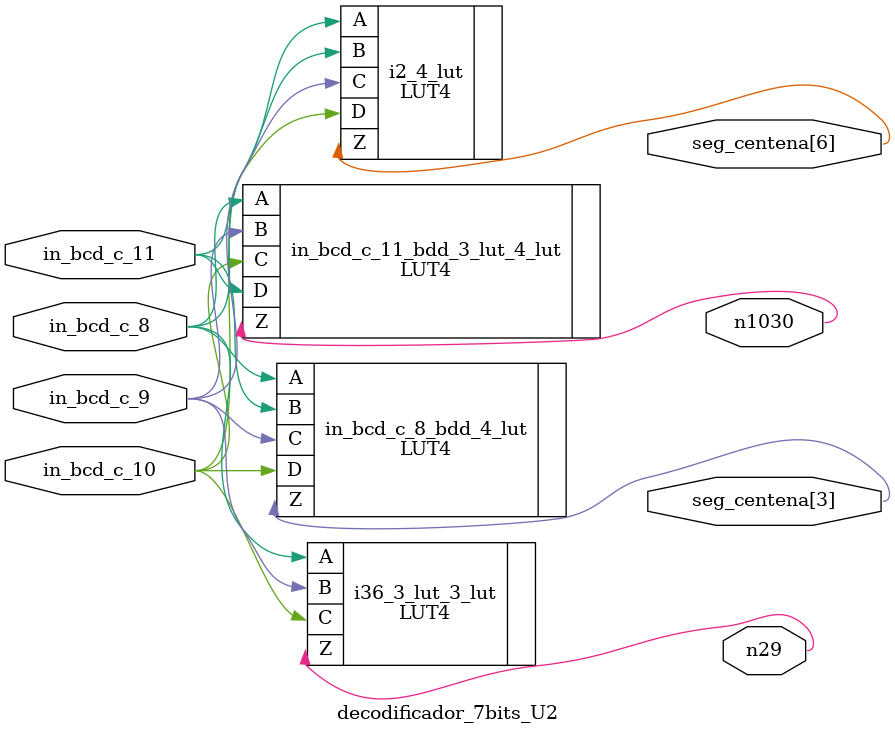
<source format=v>

module display_4digitos (CLK, in_bcd, sel_d, seg_d);   // c:/users/brauu/documents/instituto politecnico nacional/escom/semestre5/arquitectura computacional/practica2intento2/display_4digitos.vhd(5[8:24])
    input CLK;   // c:/users/brauu/documents/instituto politecnico nacional/escom/semestre5/arquitectura computacional/practica2intento2/display_4digitos.vhd(7[3:6])
    input [15:0]in_bcd;   // c:/users/brauu/documents/instituto politecnico nacional/escom/semestre5/arquitectura computacional/practica2intento2/display_4digitos.vhd(8[3:9])
    output [3:0]sel_d;   // c:/users/brauu/documents/instituto politecnico nacional/escom/semestre5/arquitectura computacional/practica2intento2/display_4digitos.vhd(9[3:8])
    output [6:0]seg_d;   // c:/users/brauu/documents/instituto politecnico nacional/escom/semestre5/arquitectura computacional/practica2intento2/display_4digitos.vhd(10[3:8])
    
    wire CLK_c /* synthesis SET_AS_NETWORK=CLK_c, is_clock=1 */ ;   // c:/users/brauu/documents/instituto politecnico nacional/escom/semestre5/arquitectura computacional/practica2intento2/display_4digitos.vhd(7[3:6])
    
    wire GND_net, VCC_net, in_bcd_c_15, in_bcd_c_14, in_bcd_c_13, 
        in_bcd_c_12, in_bcd_c_11, in_bcd_c_10, in_bcd_c_9, in_bcd_c_8, 
        in_bcd_c_7, in_bcd_c_6, in_bcd_c_5, in_bcd_c_4, in_bcd_c_3, 
        in_bcd_c_2, in_bcd_c_1, in_bcd_c_0, sel_d_c_3, sel_d_c_2, 
        sel_d_c_1, sel_d_c_0, seg_d_c_6, seg_d_c_5, seg_d_c_4, seg_d_c_3, 
        seg_d_c_2, seg_d_c_1, seg_d_c_0;
    wire [14:0]contador;   // c:/users/brauu/documents/instituto politecnico nacional/escom/semestre5/arquitectura computacional/practica2intento2/display_4digitos.vhd(23[8:16])
    
    wire n67;
    wire [6:0]seg_millar;   // c:/users/brauu/documents/instituto politecnico nacional/escom/semestre5/arquitectura computacional/practica2intento2/display_4digitos.vhd(26[8:18])
    wire [6:0]seg_centena;   // c:/users/brauu/documents/instituto politecnico nacional/escom/semestre5/arquitectura computacional/practica2intento2/display_4digitos.vhd(26[20:31])
    wire [6:0]seg_decena;   // c:/users/brauu/documents/instituto politecnico nacional/escom/semestre5/arquitectura computacional/practica2intento2/display_4digitos.vhd(26[33:43])
    wire [6:0]seg_unidad;   // c:/users/brauu/documents/instituto politecnico nacional/escom/semestre5/arquitectura computacional/practica2intento2/display_4digitos.vhd(26[45:55])
    
    wire n1062, n29, n379, n860, n389, n518;
    wire [6:0]seg_d_6__N_5;
    
    wire n177, n176, n175, n178, n208, n210, n1029, n207, n205, 
        n521, n525, n19, n235, n232, n77, n80, n66, n861, 
        n79, n477, n393, n78, n857, n76, n995, n72, n73, n74, 
        n855, n854, n850, n75, n853, n849, n867, n852, n1031, 
        n43, CLK_c_enable_4, n851, n40, n38, n68, n371, n1030, 
        n69, n35, n70, n29_adj_47, n1027, n859, n71, n32, n685, 
        n1026, n1025, n363, n16, n6, n1063;
    
    VHI i2 (.Z(VCC_net));
    decodificador_7bits dec_u (.in_bcd_c_0(in_bcd_c_0), .in_bcd_c_1(in_bcd_c_1), 
            .in_bcd_c_3(in_bcd_c_3), .in_bcd_c_2(in_bcd_c_2), .\seg_unidad[1] (seg_unidad[1]), 
            .\seg_unidad[4] (seg_unidad[4]), .n860(n860), .n29(n29_adj_47), 
            .\seg_unidad[3] (seg_unidad[3]), .\seg_unidad[6] (seg_unidad[6]));   // c:/users/brauu/documents/instituto politecnico nacional/escom/semestre5/arquitectura computacional/practica2intento2/display_4digitos.vhd(38[9:28])
    OB seg_d_pad_5 (.I(seg_d_c_5), .O(seg_d[5]));   // c:/users/brauu/documents/instituto politecnico nacional/escom/semestre5/arquitectura computacional/practica2intento2/display_4digitos.vhd(10[3:8])
    OB seg_d_pad_6 (.I(seg_d_c_6), .O(seg_d[6]));   // c:/users/brauu/documents/instituto politecnico nacional/escom/semestre5/arquitectura computacional/practica2intento2/display_4digitos.vhd(10[3:8])
    OB sel_d_pad_3 (.I(sel_d_c_3), .O(sel_d[3]));   // c:/users/brauu/documents/instituto politecnico nacional/escom/semestre5/arquitectura computacional/practica2intento2/display_4digitos.vhd(9[3:8])
    OB sel_d_pad_0 (.I(sel_d_c_0), .O(sel_d[0]));   // c:/users/brauu/documents/instituto politecnico nacional/escom/semestre5/arquitectura computacional/practica2intento2/display_4digitos.vhd(9[3:8])
    FD1S3AX seg_d_i1 (.D(seg_d_6__N_5[0]), .CK(CLK_c), .Q(seg_d_c_0));   // c:/users/brauu/documents/instituto politecnico nacional/escom/semestre5/arquitectura computacional/practica2intento2/display_4digitos.vhd(42[1] 68[8])
    defparam seg_d_i1.GSR = "ENABLED";
    OB sel_d_pad_1 (.I(sel_d_c_1), .O(sel_d[1]));   // c:/users/brauu/documents/instituto politecnico nacional/escom/semestre5/arquitectura computacional/practica2intento2/display_4digitos.vhd(9[3:8])
    FD1S3IX contador_136__i14 (.D(n66), .CK(CLK_c), .CD(CLK_c_enable_4), 
            .Q(contador[14])) /* synthesis syn_use_carry_chain=1 */ ;   // c:/users/brauu/documents/instituto politecnico nacional/escom/semestre5/arquitectura computacional/practica2intento2/display_4digitos.vhd(47[13:21])
    defparam contador_136__i14.GSR = "ENABLED";
    FD1S3IX contador_136__i13 (.D(n67), .CK(CLK_c), .CD(CLK_c_enable_4), 
            .Q(contador[13])) /* synthesis syn_use_carry_chain=1 */ ;   // c:/users/brauu/documents/instituto politecnico nacional/escom/semestre5/arquitectura computacional/practica2intento2/display_4digitos.vhd(47[13:21])
    defparam contador_136__i13.GSR = "ENABLED";
    FD1S3IX contador_136__i12 (.D(n68), .CK(CLK_c), .CD(CLK_c_enable_4), 
            .Q(contador[12])) /* synthesis syn_use_carry_chain=1 */ ;   // c:/users/brauu/documents/instituto politecnico nacional/escom/semestre5/arquitectura computacional/practica2intento2/display_4digitos.vhd(47[13:21])
    defparam contador_136__i12.GSR = "ENABLED";
    PFUMX i64 (.BLUT(n29_adj_47), .ALUT(n38), .C0(n177), .Z(n43));
    FD1S3IX contador_136__i11 (.D(n69), .CK(CLK_c), .CD(CLK_c_enable_4), 
            .Q(contador[11])) /* synthesis syn_use_carry_chain=1 */ ;   // c:/users/brauu/documents/instituto politecnico nacional/escom/semestre5/arquitectura computacional/practica2intento2/display_4digitos.vhd(47[13:21])
    defparam contador_136__i11.GSR = "ENABLED";
    FD1S3IX contador_136__i10 (.D(n70), .CK(CLK_c), .CD(CLK_c_enable_4), 
            .Q(contador[10])) /* synthesis syn_use_carry_chain=1 */ ;   // c:/users/brauu/documents/instituto politecnico nacional/escom/semestre5/arquitectura computacional/practica2intento2/display_4digitos.vhd(47[13:21])
    defparam contador_136__i10.GSR = "ENABLED";
    FD1S3IX contador_136__i9 (.D(n71), .CK(CLK_c), .CD(CLK_c_enable_4), 
            .Q(contador[9])) /* synthesis syn_use_carry_chain=1 */ ;   // c:/users/brauu/documents/instituto politecnico nacional/escom/semestre5/arquitectura computacional/practica2intento2/display_4digitos.vhd(47[13:21])
    defparam contador_136__i9.GSR = "ENABLED";
    FD1S3IX contador_136__i8 (.D(n72), .CK(CLK_c), .CD(CLK_c_enable_4), 
            .Q(contador[8])) /* synthesis syn_use_carry_chain=1 */ ;   // c:/users/brauu/documents/instituto politecnico nacional/escom/semestre5/arquitectura computacional/practica2intento2/display_4digitos.vhd(47[13:21])
    defparam contador_136__i8.GSR = "ENABLED";
    LUT4 n177_bdd_4_lut_831 (.A(in_bcd_c_5), .B(in_bcd_c_7), .C(in_bcd_c_6), 
         .D(in_bcd_c_4), .Z(n1025)) /* synthesis lut_function=(A (B+!(C (D)))+!A (B+(C))) */ ;
    defparam n177_bdd_4_lut_831.init = 16'hdefe;
    FD1S3IX contador_136__i7 (.D(n73), .CK(CLK_c), .CD(CLK_c_enable_4), 
            .Q(contador[7])) /* synthesis syn_use_carry_chain=1 */ ;   // c:/users/brauu/documents/instituto politecnico nacional/escom/semestre5/arquitectura computacional/practica2intento2/display_4digitos.vhd(47[13:21])
    defparam contador_136__i7.GSR = "ENABLED";
    LUT4 n177_bdd_4_lut (.A(in_bcd_c_1), .B(in_bcd_c_3), .C(in_bcd_c_2), 
         .D(in_bcd_c_0), .Z(n1026)) /* synthesis lut_function=(A (B+!(C (D)))+!A (B+(C))) */ ;
    defparam n177_bdd_4_lut.init = 16'hdefe;
    FD1S3IX contador_136__i6 (.D(n74), .CK(CLK_c), .CD(CLK_c_enable_4), 
            .Q(contador[6])) /* synthesis syn_use_carry_chain=1 */ ;   // c:/users/brauu/documents/instituto politecnico nacional/escom/semestre5/arquitectura computacional/practica2intento2/display_4digitos.vhd(47[13:21])
    defparam contador_136__i6.GSR = "ENABLED";
    FD1S3IX contador_136__i5 (.D(n75), .CK(CLK_c), .CD(CLK_c_enable_4), 
            .Q(contador[5])) /* synthesis syn_use_carry_chain=1 */ ;   // c:/users/brauu/documents/instituto politecnico nacional/escom/semestre5/arquitectura computacional/practica2intento2/display_4digitos.vhd(47[13:21])
    defparam contador_136__i5.GSR = "ENABLED";
    FD1S3IX contador_136__i4 (.D(n76), .CK(CLK_c), .CD(CLK_c_enable_4), 
            .Q(contador[4])) /* synthesis syn_use_carry_chain=1 */ ;   // c:/users/brauu/documents/instituto politecnico nacional/escom/semestre5/arquitectura computacional/practica2intento2/display_4digitos.vhd(47[13:21])
    defparam contador_136__i4.GSR = "ENABLED";
    FD1S3IX contador_136__i3 (.D(n77), .CK(CLK_c), .CD(CLK_c_enable_4), 
            .Q(contador[3])) /* synthesis syn_use_carry_chain=1 */ ;   // c:/users/brauu/documents/instituto politecnico nacional/escom/semestre5/arquitectura computacional/practica2intento2/display_4digitos.vhd(47[13:21])
    defparam contador_136__i3.GSR = "ENABLED";
    FD1S3IX contador_136__i2 (.D(n78), .CK(CLK_c), .CD(CLK_c_enable_4), 
            .Q(contador[2])) /* synthesis syn_use_carry_chain=1 */ ;   // c:/users/brauu/documents/instituto politecnico nacional/escom/semestre5/arquitectura computacional/practica2intento2/display_4digitos.vhd(47[13:21])
    defparam contador_136__i2.GSR = "ENABLED";
    FD1S3IX contador_136__i1 (.D(n79), .CK(CLK_c), .CD(CLK_c_enable_4), 
            .Q(contador[1])) /* synthesis syn_use_carry_chain=1 */ ;   // c:/users/brauu/documents/instituto politecnico nacional/escom/semestre5/arquitectura computacional/practica2intento2/display_4digitos.vhd(47[13:21])
    defparam contador_136__i1.GSR = "ENABLED";
    FD1P3AX posicion_FSM_i0_i3 (.D(n176), .SP(CLK_c_enable_4), .CK(CLK_c), 
            .Q(n175));   // C:/lscc/diamond/3.12/ispfpga/vhdl_packages/syn_unsi.vhd(118[20:31])
    defparam posicion_FSM_i0_i3.GSR = "ENABLED";
    PFUMX i172 (.BLUT(seg_centena[6]), .ALUT(n19), .C0(n175), .Z(n371));
    FD1P3AX posicion_FSM_i0_i2 (.D(n177), .SP(CLK_c_enable_4), .CK(CLK_c), 
            .Q(n176));   // C:/lscc/diamond/3.12/ispfpga/vhdl_packages/syn_unsi.vhd(118[20:31])
    defparam posicion_FSM_i0_i2.GSR = "ENABLED";
    FD1P3AX posicion_FSM_i0_i1 (.D(n178), .SP(CLK_c_enable_4), .CK(CLK_c), 
            .Q(n177));   // C:/lscc/diamond/3.12/ispfpga/vhdl_packages/syn_unsi.vhd(118[20:31])
    defparam posicion_FSM_i0_i1.GSR = "ENABLED";
    FD1S3AX seg_d_i7 (.D(seg_d_6__N_5[6]), .CK(CLK_c), .Q(seg_d_c_6));   // c:/users/brauu/documents/instituto politecnico nacional/escom/semestre5/arquitectura computacional/practica2intento2/display_4digitos.vhd(42[1] 68[8])
    defparam seg_d_i7.GSR = "ENABLED";
    LUT4 i278_1_lut_2_lut (.A(n176), .B(n175), .Z(n477)) /* synthesis lut_function=(!(A+(B))) */ ;   // C:/lscc/diamond/3.12/ispfpga/vhdl_packages/syn_unsi.vhd(118[20:31])
    defparam i278_1_lut_2_lut.init = 16'h1111;
    L6MUX21 i181 (.D0(n207), .D1(n379), .SD(n1062), .Z(seg_d_6__N_5[4]));
    LUT4 i322_3_lut_3_lut (.A(in_bcd_c_14), .B(in_bcd_c_12), .C(in_bcd_c_13), 
         .Z(n521)) /* synthesis lut_function=(!(A (B (C))+!A !(C))) */ ;
    defparam i322_3_lut_3_lut.init = 16'h7a7a;
    LUT4 i1_2_lut_3_lut (.A(n175), .B(in_bcd_c_15), .C(n525), .Z(seg_d_6__N_5[6])) /* synthesis lut_function=(A (B+(C))+!A (C)) */ ;   // C:/lscc/diamond/3.12/ispfpga/vhdl_packages/syn_unsi.vhd(118[20:31])
    defparam i1_2_lut_3_lut.init = 16'hf8f8;
    PFUMX i194 (.BLUT(seg_centena[1]), .ALUT(seg_millar[1]), .C0(n175), 
          .Z(n393));
    LUT4 i164_1_lut (.A(n176), .Z(n363)) /* synthesis lut_function=(!(A)) */ ;   // C:/lscc/diamond/3.12/ispfpga/vhdl_packages/syn_unsi.vhd(118[20:31])
    defparam i164_1_lut.init = 16'h5555;
    PFUMX mux_38_i2 (.BLUT(seg_unidad[1]), .ALUT(seg_decena[1]), .C0(n177), 
          .Z(n210));
    LUT4 i1_4_lut (.A(contador[6]), .B(contador[4]), .C(contador[5]), 
         .D(n859), .Z(n6)) /* synthesis lut_function=(A+(B (C)+!B (C (D)))) */ ;   // c:/users/brauu/documents/instituto politecnico nacional/escom/semestre5/arquitectura computacional/practica2intento2/display_4digitos.vhd(23[8:16])
    defparam i1_4_lut.init = 16'hfaea;
    LUT4 in_bcd_c_11_bdd_4_lut (.A(in_bcd_c_15), .B(in_bcd_c_12), .C(in_bcd_c_14), 
         .D(in_bcd_c_13), .Z(n1029)) /* synthesis lut_function=(A+(B ((D)+!C)+!B !(C (D)))) */ ;
    defparam in_bcd_c_11_bdd_4_lut.init = 16'hefbf;
    LUT4 i71_1_lut (.A(n177), .Z(n232)) /* synthesis lut_function=(!(A)) */ ;   // C:/lscc/diamond/3.12/ispfpga/vhdl_packages/syn_unsi.vhd(118[20:31])
    defparam i71_1_lut.init = 16'h5555;
    PFUMX mux_38_i6 (.BLUT(n860), .ALUT(n861), .C0(n177), .Z(n685));
    LUT4 i828_2_lut_rep_3 (.A(n175), .B(n176), .Z(n1062)) /* synthesis lut_function=(A+(B)) */ ;   // C:/lscc/diamond/3.12/ispfpga/vhdl_packages/syn_unsi.vhd(118[20:31])
    defparam i828_2_lut_rep_3.init = 16'heeee;
    PFUMX mux_38_i7 (.BLUT(seg_unidad[6]), .ALUT(seg_decena[6]), .C0(n177), 
          .Z(n205));
    LUT4 i3_4_lut (.A(contador[1]), .B(contador[0]), .C(contador[3]), 
         .D(contador[2]), .Z(n859)) /* synthesis lut_function=(A (B (C (D)))) */ ;   // c:/users/brauu/documents/instituto politecnico nacional/escom/semestre5/arquitectura computacional/practica2intento2/display_4digitos.vhd(23[8:16])
    defparam i3_4_lut.init = 16'h8000;
    LUT4 i407_3_lut_4_lut (.A(n175), .B(n176), .C(n1031), .D(n685), 
         .Z(seg_d_6__N_5[5])) /* synthesis lut_function=(A (C)+!A (B (C)+!B !(D))) */ ;   // C:/lscc/diamond/3.12/ispfpga/vhdl_packages/syn_unsi.vhd(118[20:31])
    defparam i407_3_lut_4_lut.init = 16'he0f1;
    CCU2D contador_136_add_4_15 (.A0(contador[13]), .B0(GND_net), .C0(GND_net), 
          .D0(GND_net), .A1(contador[14]), .B1(GND_net), .C1(GND_net), 
          .D1(GND_net), .CIN(n855), .S0(n67), .S1(n66));   // c:/users/brauu/documents/instituto politecnico nacional/escom/semestre5/arquitectura computacional/practica2intento2/display_4digitos.vhd(47[13:21])
    defparam contador_136_add_4_15.INIT0 = 16'hfaaa;
    defparam contador_136_add_4_15.INIT1 = 16'hfaaa;
    defparam contador_136_add_4_15.INJECT1_0 = "NO";
    defparam contador_136_add_4_15.INJECT1_1 = "NO";
    CCU2D contador_136_add_4_13 (.A0(contador[11]), .B0(GND_net), .C0(GND_net), 
          .D0(GND_net), .A1(contador[12]), .B1(GND_net), .C1(GND_net), 
          .D1(GND_net), .CIN(n854), .COUT(n855), .S0(n69), .S1(n68));   // c:/users/brauu/documents/instituto politecnico nacional/escom/semestre5/arquitectura computacional/practica2intento2/display_4digitos.vhd(47[13:21])
    defparam contador_136_add_4_13.INIT0 = 16'hfaaa;
    defparam contador_136_add_4_13.INIT1 = 16'hfaaa;
    defparam contador_136_add_4_13.INJECT1_0 = "NO";
    defparam contador_136_add_4_13.INJECT1_1 = "NO";
    CCU2D contador_136_add_4_11 (.A0(contador[9]), .B0(GND_net), .C0(GND_net), 
          .D0(GND_net), .A1(contador[10]), .B1(GND_net), .C1(GND_net), 
          .D1(GND_net), .CIN(n853), .COUT(n854), .S0(n71), .S1(n70));   // c:/users/brauu/documents/instituto politecnico nacional/escom/semestre5/arquitectura computacional/practica2intento2/display_4digitos.vhd(47[13:21])
    defparam contador_136_add_4_11.INIT0 = 16'hfaaa;
    defparam contador_136_add_4_11.INIT1 = 16'hfaaa;
    defparam contador_136_add_4_11.INJECT1_0 = "NO";
    defparam contador_136_add_4_11.INJECT1_1 = "NO";
    PFUMX i832 (.BLUT(n1026), .ALUT(n1025), .C0(n177), .Z(n1027));
    FD1S3JX sel_d_i4 (.D(n235), .CK(CLK_c), .PD(n477), .Q(sel_d_c_3));   // c:/users/brauu/documents/instituto politecnico nacional/escom/semestre5/arquitectura computacional/practica2intento2/display_4digitos.vhd(42[1] 68[8])
    defparam sel_d_i4.GSR = "ENABLED";
    LUT4 i1_3_lut_4_lut_4_lut (.A(in_bcd_c_15), .B(in_bcd_c_13), .C(in_bcd_c_12), 
         .D(in_bcd_c_14), .Z(n16)) /* synthesis lut_function=(!(A+(B (C (D))+!B !(C (D))))) */ ;   // c:/users/brauu/documents/instituto politecnico nacional/escom/semestre5/arquitectura computacional/practica2intento2/display_4digitos.vhd(8[3:9])
    defparam i1_3_lut_4_lut_4_lut.init = 16'h1444;
    CCU2D contador_136_add_4_9 (.A0(contador[7]), .B0(GND_net), .C0(GND_net), 
          .D0(GND_net), .A1(contador[8]), .B1(GND_net), .C1(GND_net), 
          .D1(GND_net), .CIN(n852), .COUT(n853), .S0(n73), .S1(n72));   // c:/users/brauu/documents/instituto politecnico nacional/escom/semestre5/arquitectura computacional/practica2intento2/display_4digitos.vhd(47[13:21])
    defparam contador_136_add_4_9.INIT0 = 16'hfaaa;
    defparam contador_136_add_4_9.INIT1 = 16'hfaaa;
    defparam contador_136_add_4_9.INJECT1_0 = "NO";
    defparam contador_136_add_4_9.INJECT1_1 = "NO";
    LUT4 i1_4_lut_4_lut_4_lut_4_lut (.A(in_bcd_c_11), .B(in_bcd_c_9), .C(in_bcd_c_10), 
         .D(in_bcd_c_8), .Z(n35)) /* synthesis lut_function=(!(A (B+(C+(D)))+!A (B (D)+!B (C+(D))))) */ ;   // c:/users/brauu/documents/instituto politecnico nacional/escom/semestre5/arquitectura computacional/practica2intento2/display_4digitos.vhd(8[3:9])
    defparam i1_4_lut_4_lut_4_lut_4_lut.init = 16'h0047;
    CCU2D contador_136_add_4_3 (.A0(contador[1]), .B0(GND_net), .C0(GND_net), 
          .D0(GND_net), .A1(contador[2]), .B1(GND_net), .C1(GND_net), 
          .D1(GND_net), .CIN(n849), .COUT(n850), .S0(n79), .S1(n78));   // c:/users/brauu/documents/instituto politecnico nacional/escom/semestre5/arquitectura computacional/practica2intento2/display_4digitos.vhd(47[13:21])
    defparam contador_136_add_4_3.INIT0 = 16'hfaaa;
    defparam contador_136_add_4_3.INIT1 = 16'hfaaa;
    defparam contador_136_add_4_3.INJECT1_0 = "NO";
    defparam contador_136_add_4_3.INJECT1_1 = "NO";
    CCU2D contador_136_add_4_7 (.A0(contador[5]), .B0(GND_net), .C0(GND_net), 
          .D0(GND_net), .A1(contador[6]), .B1(GND_net), .C1(GND_net), 
          .D1(GND_net), .CIN(n851), .COUT(n852), .S0(n75), .S1(n74));   // c:/users/brauu/documents/instituto politecnico nacional/escom/semestre5/arquitectura computacional/practica2intento2/display_4digitos.vhd(47[13:21])
    defparam contador_136_add_4_7.INIT0 = 16'hfaaa;
    defparam contador_136_add_4_7.INIT1 = 16'hfaaa;
    defparam contador_136_add_4_7.INJECT1_0 = "NO";
    defparam contador_136_add_4_7.INJECT1_1 = "NO";
    FD1S3JX sel_d_i1 (.D(n1063), .CK(CLK_c), .PD(n177), .Q(sel_d_c_0));   // c:/users/brauu/documents/instituto politecnico nacional/escom/semestre5/arquitectura computacional/practica2intento2/display_4digitos.vhd(42[1] 68[8])
    defparam sel_d_i1.GSR = "ENABLED";
    CCU2D contador_136_add_4_1 (.A0(GND_net), .B0(GND_net), .C0(GND_net), 
          .D0(GND_net), .A1(contador[0]), .B1(GND_net), .C1(GND_net), 
          .D1(GND_net), .COUT(n849), .S1(n80));   // c:/users/brauu/documents/instituto politecnico nacional/escom/semestre5/arquitectura computacional/practica2intento2/display_4digitos.vhd(47[13:21])
    defparam contador_136_add_4_1.INIT0 = 16'hF000;
    defparam contador_136_add_4_1.INIT1 = 16'h0555;
    defparam contador_136_add_4_1.INJECT1_0 = "NO";
    defparam contador_136_add_4_1.INJECT1_1 = "NO";
    LUT4 i41_2_lut_rep_4 (.A(n176), .B(n175), .Z(n1063)) /* synthesis lut_function=(A+(B)) */ ;   // C:/lscc/diamond/3.12/ispfpga/vhdl_packages/syn_unsi.vhd(118[20:31])
    defparam i41_2_lut_rep_4.init = 16'heeee;
    GSR GSR_INST (.GSR(VCC_net));
    FD1S3AX seg_d_i6 (.D(seg_d_6__N_5[5]), .CK(CLK_c), .Q(seg_d_c_5));   // c:/users/brauu/documents/instituto politecnico nacional/escom/semestre5/arquitectura computacional/practica2intento2/display_4digitos.vhd(42[1] 68[8])
    defparam seg_d_i6.GSR = "ENABLED";
    FD1S3AX seg_d_i5 (.D(seg_d_6__N_5[4]), .CK(CLK_c), .Q(seg_d_c_4));   // c:/users/brauu/documents/instituto politecnico nacional/escom/semestre5/arquitectura computacional/practica2intento2/display_4digitos.vhd(42[1] 68[8])
    defparam seg_d_i5.GSR = "ENABLED";
    FD1S3AX seg_d_i4 (.D(seg_d_6__N_5[3]), .CK(CLK_c), .Q(seg_d_c_3));   // c:/users/brauu/documents/instituto politecnico nacional/escom/semestre5/arquitectura computacional/practica2intento2/display_4digitos.vhd(42[1] 68[8])
    defparam seg_d_i4.GSR = "ENABLED";
    FD1S3AX seg_d_i3 (.D(seg_d_6__N_5[2]), .CK(CLK_c), .Q(seg_d_c_2));   // c:/users/brauu/documents/instituto politecnico nacional/escom/semestre5/arquitectura computacional/practica2intento2/display_4digitos.vhd(42[1] 68[8])
    defparam seg_d_i3.GSR = "ENABLED";
    CCU2D contador_136_add_4_5 (.A0(contador[3]), .B0(GND_net), .C0(GND_net), 
          .D0(GND_net), .A1(contador[4]), .B1(GND_net), .C1(GND_net), 
          .D1(GND_net), .CIN(n850), .COUT(n851), .S0(n77), .S1(n76));   // c:/users/brauu/documents/instituto politecnico nacional/escom/semestre5/arquitectura computacional/practica2intento2/display_4digitos.vhd(47[13:21])
    defparam contador_136_add_4_5.INIT0 = 16'hfaaa;
    defparam contador_136_add_4_5.INIT1 = 16'hfaaa;
    defparam contador_136_add_4_5.INJECT1_0 = "NO";
    defparam contador_136_add_4_5.INJECT1_1 = "NO";
    OB sel_d_pad_2 (.I(sel_d_c_2), .O(sel_d[2]));   // c:/users/brauu/documents/instituto politecnico nacional/escom/semestre5/arquitectura computacional/practica2intento2/display_4digitos.vhd(9[3:8])
    PFUMX i180 (.BLUT(seg_centena[4]), .ALUT(seg_millar[4]), .C0(n175), 
          .Z(n379));
    LUT4 i783_4_lut (.A(in_bcd_c_12), .B(in_bcd_c_14), .C(in_bcd_c_15), 
         .D(in_bcd_c_13), .Z(n32)) /* synthesis lut_function=(!(A+(B (C+!(D))+!B (C (D))))) */ ;
    defparam i783_4_lut.init = 16'h0511;
    FD1S3AX seg_d_i2 (.D(seg_d_6__N_5[1]), .CK(CLK_c), .Q(seg_d_c_1));   // c:/users/brauu/documents/instituto politecnico nacional/escom/semestre5/arquitectura computacional/practica2intento2/display_4digitos.vhd(42[1] 68[8])
    defparam seg_d_i2.GSR = "ENABLED";
    FD1S3JX sel_d_i3 (.D(n175), .CK(CLK_c), .PD(n363), .Q(sel_d_c_2));   // c:/users/brauu/documents/instituto politecnico nacional/escom/semestre5/arquitectura computacional/practica2intento2/display_4digitos.vhd(42[1] 68[8])
    defparam sel_d_i3.GSR = "ENABLED";
    LUT4 i1_4_lut_4_lut (.A(in_bcd_c_11), .B(in_bcd_c_8), .C(in_bcd_c_9), 
         .D(in_bcd_c_10), .Z(seg_centena[1])) /* synthesis lut_function=(A+!(B (C+!(D))+!B !((D)+!C))) */ ;   // c:/users/brauu/documents/instituto politecnico nacional/escom/semestre5/arquitectura computacional/practica2intento2/display_4digitos.vhd(8[3:9])
    defparam i1_4_lut_4_lut.init = 16'hbfab;
    LUT4 i190_4_lut (.A(seg_centena[3]), .B(n995), .C(n175), .D(n16), 
         .Z(n389)) /* synthesis lut_function=(A (((D)+!C)+!B)+!A (B (C (D))+!B (C))) */ ;   // C:/lscc/diamond/3.12/ispfpga/vhdl_packages/syn_unsi.vhd(118[20:31])
    defparam i190_4_lut.init = 16'hfa3a;
    FD1S3JX sel_d_i2 (.D(n232), .CK(CLK_c), .PD(n1063), .Q(sel_d_c_1));   // c:/users/brauu/documents/instituto politecnico nacional/escom/semestre5/arquitectura computacional/practica2intento2/display_4digitos.vhd(42[1] 68[8])
    defparam sel_d_i2.GSR = "ENABLED";
    FD1P3AX posicion_FSM_i0_i0 (.D(n175), .SP(CLK_c_enable_4), .CK(CLK_c), 
            .Q(n178));   // C:/lscc/diamond/3.12/ispfpga/vhdl_packages/syn_unsi.vhd(118[20:31])
    defparam posicion_FSM_i0_i0.GSR = "ENABLED";
    decodificador_7bits_U1 dec_d (.in_bcd_c_4(in_bcd_c_4), .in_bcd_c_5(in_bcd_c_5), 
            .in_bcd_c_6(in_bcd_c_6), .in_bcd_c_7(in_bcd_c_7), .\seg_decena[4] (seg_decena[4]), 
            .n861(n861), .\seg_decena[6] (seg_decena[6]), .\seg_decena[1] (seg_decena[1]), 
            .n38(n38), .\seg_decena[3] (seg_decena[3]));   // c:/users/brauu/documents/instituto politecnico nacional/escom/semestre5/arquitectura computacional/practica2intento2/display_4digitos.vhd(37[9:28])
    LUT4 i72_1_lut (.A(n175), .Z(n235)) /* synthesis lut_function=(!(A)) */ ;   // C:/lscc/diamond/3.12/ispfpga/vhdl_packages/syn_unsi.vhd(118[20:31])
    defparam i72_1_lut.init = 16'h5555;
    LUT4 i3_4_lut_adj_1 (.A(in_bcd_c_8), .B(in_bcd_c_9), .C(in_bcd_c_11), 
         .D(in_bcd_c_10), .Z(seg_centena[4])) /* synthesis lut_function=(A+((C+(D))+!B)) */ ;
    defparam i3_4_lut_adj_1.init = 16'hfffb;
    LUT4 i1_3_lut (.A(contador[14]), .B(contador[13]), .C(n857), .Z(CLK_c_enable_4)) /* synthesis lut_function=(A (B+(C))) */ ;   // c:/users/brauu/documents/instituto politecnico nacional/escom/semestre5/arquitectura computacional/practica2intento2/display_4digitos.vhd(23[8:16])
    defparam i1_3_lut.init = 16'ha8a8;
    IB in_bcd_pad_0 (.I(in_bcd[0]), .O(in_bcd_c_0));   // c:/users/brauu/documents/instituto politecnico nacional/escom/semestre5/arquitectura computacional/practica2intento2/display_4digitos.vhd(8[3:9])
    LUT4 i3_4_lut_adj_2 (.A(contador[10]), .B(contador[11]), .C(contador[12]), 
         .D(n867), .Z(n857)) /* synthesis lut_function=(A (B (C (D)))) */ ;   // c:/users/brauu/documents/instituto politecnico nacional/escom/semestre5/arquitectura computacional/practica2intento2/display_4digitos.vhd(23[8:16])
    defparam i3_4_lut_adj_2.init = 16'h8000;
    PFUMX i834 (.BLUT(n1030), .ALUT(n1029), .C0(n175), .Z(n1031));
    IB in_bcd_pad_1 (.I(in_bcd[1]), .O(in_bcd_c_1));   // c:/users/brauu/documents/instituto politecnico nacional/escom/semestre5/arquitectura computacional/practica2intento2/display_4digitos.vhd(8[3:9])
    IB in_bcd_pad_2 (.I(in_bcd[2]), .O(in_bcd_c_2));   // c:/users/brauu/documents/instituto politecnico nacional/escom/semestre5/arquitectura computacional/practica2intento2/display_4digitos.vhd(8[3:9])
    IB in_bcd_pad_3 (.I(in_bcd[3]), .O(in_bcd_c_3));   // c:/users/brauu/documents/instituto politecnico nacional/escom/semestre5/arquitectura computacional/practica2intento2/display_4digitos.vhd(8[3:9])
    IB in_bcd_pad_4 (.I(in_bcd[4]), .O(in_bcd_c_4));   // c:/users/brauu/documents/instituto politecnico nacional/escom/semestre5/arquitectura computacional/practica2intento2/display_4digitos.vhd(8[3:9])
    IB in_bcd_pad_5 (.I(in_bcd[5]), .O(in_bcd_c_5));   // c:/users/brauu/documents/instituto politecnico nacional/escom/semestre5/arquitectura computacional/practica2intento2/display_4digitos.vhd(8[3:9])
    IB in_bcd_pad_6 (.I(in_bcd[6]), .O(in_bcd_c_6));   // c:/users/brauu/documents/instituto politecnico nacional/escom/semestre5/arquitectura computacional/practica2intento2/display_4digitos.vhd(8[3:9])
    IB in_bcd_pad_7 (.I(in_bcd[7]), .O(in_bcd_c_7));   // c:/users/brauu/documents/instituto politecnico nacional/escom/semestre5/arquitectura computacional/practica2intento2/display_4digitos.vhd(8[3:9])
    IB in_bcd_pad_8 (.I(in_bcd[8]), .O(in_bcd_c_8));   // c:/users/brauu/documents/instituto politecnico nacional/escom/semestre5/arquitectura computacional/practica2intento2/display_4digitos.vhd(8[3:9])
    IB in_bcd_pad_9 (.I(in_bcd[9]), .O(in_bcd_c_9));   // c:/users/brauu/documents/instituto politecnico nacional/escom/semestre5/arquitectura computacional/practica2intento2/display_4digitos.vhd(8[3:9])
    decodificador_7bits_U0 dec_m (.in_bcd_c_14(in_bcd_c_14), .in_bcd_c_13(in_bcd_c_13), 
            .in_bcd_c_12(in_bcd_c_12), .n995(n995), .in_bcd_c_15(in_bcd_c_15), 
            .\seg_millar[4] (seg_millar[4]));   // c:/users/brauu/documents/instituto politecnico nacional/escom/semestre5/arquitectura computacional/practica2intento2/display_4digitos.vhd(35[9:28])
    IB in_bcd_pad_10 (.I(in_bcd[10]), .O(in_bcd_c_10));   // c:/users/brauu/documents/instituto politecnico nacional/escom/semestre5/arquitectura computacional/practica2intento2/display_4digitos.vhd(8[3:9])
    IB in_bcd_pad_11 (.I(in_bcd[11]), .O(in_bcd_c_11));   // c:/users/brauu/documents/instituto politecnico nacional/escom/semestre5/arquitectura computacional/practica2intento2/display_4digitos.vhd(8[3:9])
    IB in_bcd_pad_12 (.I(in_bcd[12]), .O(in_bcd_c_12));   // c:/users/brauu/documents/instituto politecnico nacional/escom/semestre5/arquitectura computacional/practica2intento2/display_4digitos.vhd(8[3:9])
    IB in_bcd_pad_13 (.I(in_bcd[13]), .O(in_bcd_c_13));   // c:/users/brauu/documents/instituto politecnico nacional/escom/semestre5/arquitectura computacional/practica2intento2/display_4digitos.vhd(8[3:9])
    IB in_bcd_pad_14 (.I(in_bcd[14]), .O(in_bcd_c_14));   // c:/users/brauu/documents/instituto politecnico nacional/escom/semestre5/arquitectura computacional/practica2intento2/display_4digitos.vhd(8[3:9])
    IB in_bcd_pad_15 (.I(in_bcd[15]), .O(in_bcd_c_15));   // c:/users/brauu/documents/instituto politecnico nacional/escom/semestre5/arquitectura computacional/practica2intento2/display_4digitos.vhd(8[3:9])
    IB CLK_pad (.I(CLK), .O(CLK_c));   // c:/users/brauu/documents/instituto politecnico nacional/escom/semestre5/arquitectura computacional/practica2intento2/display_4digitos.vhd(7[3:6])
    LUT4 mux_38_i4_3_lut (.A(seg_unidad[3]), .B(seg_decena[3]), .C(n177), 
         .Z(n208)) /* synthesis lut_function=(A (B+!(C))+!A (B (C))) */ ;   // C:/lscc/diamond/3.12/ispfpga/vhdl_packages/syn_unsi.vhd(118[20:31])
    defparam mux_38_i4_3_lut.init = 16'hcaca;
    OB seg_d_pad_0 (.I(seg_d_c_0), .O(seg_d[0]));   // c:/users/brauu/documents/instituto politecnico nacional/escom/semestre5/arquitectura computacional/practica2intento2/display_4digitos.vhd(10[3:8])
    OB seg_d_pad_1 (.I(seg_d_c_1), .O(seg_d[1]));   // c:/users/brauu/documents/instituto politecnico nacional/escom/semestre5/arquitectura computacional/practica2intento2/display_4digitos.vhd(10[3:8])
    OB seg_d_pad_2 (.I(seg_d_c_2), .O(seg_d[2]));   // c:/users/brauu/documents/instituto politecnico nacional/escom/semestre5/arquitectura computacional/practica2intento2/display_4digitos.vhd(10[3:8])
    OB seg_d_pad_3 (.I(seg_d_c_3), .O(seg_d[3]));   // c:/users/brauu/documents/instituto politecnico nacional/escom/semestre5/arquitectura computacional/practica2intento2/display_4digitos.vhd(10[3:8])
    OB seg_d_pad_4 (.I(seg_d_c_4), .O(seg_d[4]));   // c:/users/brauu/documents/instituto politecnico nacional/escom/semestre5/arquitectura computacional/practica2intento2/display_4digitos.vhd(10[3:8])
    LUT4 i1_4_lut_4_lut_adj_3 (.A(in_bcd_c_15), .B(in_bcd_c_14), .C(in_bcd_c_12), 
         .D(in_bcd_c_13), .Z(seg_millar[1])) /* synthesis lut_function=(A+!(B (C (D))+!B (C+(D)))) */ ;   // c:/users/brauu/documents/instituto politecnico nacional/escom/semestre5/arquitectura computacional/practica2intento2/display_4digitos.vhd(8[3:9])
    defparam i1_4_lut_4_lut_adj_3.init = 16'haeef;
    LUT4 i319_4_lut (.A(n1027), .B(in_bcd_c_11), .C(n176), .D(n29), 
         .Z(n518)) /* synthesis lut_function=(A (B+((D)+!C))+!A (B (C)+!B (C (D)))) */ ;   // C:/lscc/diamond/3.12/ispfpga/vhdl_packages/syn_unsi.vhd(118[20:31])
    defparam i319_4_lut.init = 16'hfaca;
    FD1S3IX contador_136__i0 (.D(n80), .CK(CLK_c), .CD(CLK_c_enable_4), 
            .Q(contador[0])) /* synthesis syn_use_carry_chain=1 */ ;   // c:/users/brauu/documents/instituto politecnico nacional/escom/semestre5/arquitectura computacional/practica2intento2/display_4digitos.vhd(47[13:21])
    defparam contador_136__i0.GSR = "ENABLED";
    PFUMX mux_38_i5 (.BLUT(seg_unidad[4]), .ALUT(seg_decena[4]), .C0(n177), 
          .Z(n207));
    LUT4 i4_4_lut (.A(contador[7]), .B(contador[9]), .C(contador[8]), 
         .D(n6), .Z(n867)) /* synthesis lut_function=(A+(B+(C+(D)))) */ ;   // c:/users/brauu/documents/instituto politecnico nacional/escom/semestre5/arquitectura computacional/practica2intento2/display_4digitos.vhd(23[8:16])
    defparam i4_4_lut.init = 16'hfffe;
    decodificador_7bits_U2 dec_c (.in_bcd_c_8(in_bcd_c_8), .in_bcd_c_11(in_bcd_c_11), 
            .in_bcd_c_9(in_bcd_c_9), .in_bcd_c_10(in_bcd_c_10), .\seg_centena[3] (seg_centena[3]), 
            .n1030(n1030), .n29(n29), .\seg_centena[6] (seg_centena[6]));   // c:/users/brauu/documents/instituto politecnico nacional/escom/semestre5/arquitectura computacional/practica2intento2/display_4digitos.vhd(36[9:28])
    LUT4 n518_bdd_4_lut (.A(n518), .B(n521), .C(n175), .D(in_bcd_c_15), 
         .Z(seg_d_6__N_5[0])) /* synthesis lut_function=(A (B+((D)+!C))+!A (B (C)+!B (C (D)))) */ ;
    defparam n518_bdd_4_lut.init = 16'hfaca;
    LUT4 i1_3_lut_adj_4 (.A(in_bcd_c_13), .B(in_bcd_c_12), .C(in_bcd_c_14), 
         .Z(n19)) /* synthesis lut_function=(A+(B (C)+!B !(C))) */ ;   // c:/users/brauu/documents/instituto politecnico nacional/escom/semestre5/arquitectura computacional/practica2intento2/display_4digitos.vhd(8[3:9])
    defparam i1_3_lut_adj_4.init = 16'hebeb;
    VLO i1 (.Z(GND_net));
    PUR PUR_INST (.PUR(VCC_net));
    defparam PUR_INST.RST_PULSE = 1;
    TSALL TSALL_INST (.TSALL(GND_net));
    PFUMX i191 (.BLUT(n208), .ALUT(n389), .C0(n1062), .Z(seg_d_6__N_5[3]));
    L6MUX21 i326 (.D0(n205), .D1(n371), .SD(n1062), .Z(n525));
    L6MUX21 i63 (.D0(n43), .D1(n40), .SD(n1062), .Z(seg_d_6__N_5[2]));
    L6MUX21 i195 (.D0(n210), .D1(n393), .SD(n1062), .Z(seg_d_6__N_5[1]));
    PFUMX i68 (.BLUT(n35), .ALUT(n32), .C0(n175), .Z(n40));
    
endmodule
//
// Verilog Description of module decodificador_7bits
//

module decodificador_7bits (in_bcd_c_0, in_bcd_c_1, in_bcd_c_3, in_bcd_c_2, 
            \seg_unidad[1] , \seg_unidad[4] , n860, n29, \seg_unidad[3] , 
            \seg_unidad[6] );
    input in_bcd_c_0;
    input in_bcd_c_1;
    input in_bcd_c_3;
    input in_bcd_c_2;
    output \seg_unidad[1] ;
    output \seg_unidad[4] ;
    output n860;
    output n29;
    output \seg_unidad[3] ;
    output \seg_unidad[6] ;
    
    
    LUT4 i462_4_lut_4_lut (.A(in_bcd_c_0), .B(in_bcd_c_1), .C(in_bcd_c_3), 
         .D(in_bcd_c_2), .Z(\seg_unidad[1] )) /* synthesis lut_function=(A (B (C)+!B (C+(D)))+!A ((C+(D))+!B)) */ ;   // c:/users/brauu/documents/instituto politecnico nacional/escom/semestre5/arquitectura computacional/practica2intento2/decodificador_7bits.vhd(15[1] 26[10])
    defparam i462_4_lut_4_lut.init = 16'hf7f1;
    LUT4 i3_4_lut (.A(in_bcd_c_0), .B(in_bcd_c_1), .C(in_bcd_c_2), .D(in_bcd_c_3), 
         .Z(\seg_unidad[4] )) /* synthesis lut_function=(A+((C+(D))+!B)) */ ;
    defparam i3_4_lut.init = 16'hfffb;
    LUT4 i2_3_lut_4_lut (.A(in_bcd_c_0), .B(in_bcd_c_1), .C(in_bcd_c_2), 
         .D(in_bcd_c_3), .Z(n860)) /* synthesis lut_function=(!(A (B+((D)+!C))+!A (((D)+!C)+!B))) */ ;   // c:/users/brauu/documents/instituto politecnico nacional/escom/semestre5/arquitectura computacional/practica2intento2/decodificador_7bits.vhd(15[1] 26[10])
    defparam i2_3_lut_4_lut.init = 16'h0060;
    LUT4 i1_4_lut_4_lut_4_lut (.A(in_bcd_c_0), .B(in_bcd_c_3), .C(in_bcd_c_1), 
         .D(in_bcd_c_2), .Z(n29)) /* synthesis lut_function=(!(A+(B (C+(D))+!B !(C+!(D))))) */ ;   // c:/users/brauu/documents/instituto politecnico nacional/escom/semestre5/arquitectura computacional/practica2intento2/decodificador_7bits.vhd(15[1] 26[10])
    defparam i1_4_lut_4_lut_4_lut.init = 16'h1015;
    LUT4 in_bcd_c_1_bdd_4_lut_865 (.A(in_bcd_c_1), .B(in_bcd_c_0), .C(in_bcd_c_3), 
         .D(in_bcd_c_2), .Z(\seg_unidad[3] )) /* synthesis lut_function=(!(A (B (C+(D))+!B (C))+!A (B (C+!(D))+!B (D)))) */ ;
    defparam in_bcd_c_1_bdd_4_lut_865.init = 16'h061b;
    LUT4 i2_4_lut (.A(in_bcd_c_3), .B(in_bcd_c_0), .C(in_bcd_c_1), .D(in_bcd_c_2), 
         .Z(\seg_unidad[6] )) /* synthesis lut_function=(A+(B (C+(D))+!B (C+!(D)))) */ ;   // c:/users/brauu/documents/instituto politecnico nacional/escom/semestre5/arquitectura computacional/practica2intento2/decodificador_7bits.vhd(15[1] 26[10])
    defparam i2_4_lut.init = 16'hfefb;
    
endmodule
//
// Verilog Description of module decodificador_7bits_U1
//

module decodificador_7bits_U1 (in_bcd_c_4, in_bcd_c_5, in_bcd_c_6, in_bcd_c_7, 
            \seg_decena[4] , n861, \seg_decena[6] , \seg_decena[1] , 
            n38, \seg_decena[3] );
    input in_bcd_c_4;
    input in_bcd_c_5;
    input in_bcd_c_6;
    input in_bcd_c_7;
    output \seg_decena[4] ;
    output n861;
    output \seg_decena[6] ;
    output \seg_decena[1] ;
    output n38;
    output \seg_decena[3] ;
    
    
    LUT4 i3_4_lut (.A(in_bcd_c_4), .B(in_bcd_c_5), .C(in_bcd_c_6), .D(in_bcd_c_7), 
         .Z(\seg_decena[4] )) /* synthesis lut_function=(A+((C+(D))+!B)) */ ;
    defparam i3_4_lut.init = 16'hfffb;
    LUT4 i2_3_lut_4_lut (.A(in_bcd_c_4), .B(in_bcd_c_5), .C(in_bcd_c_6), 
         .D(in_bcd_c_7), .Z(n861)) /* synthesis lut_function=(!(A (B+((D)+!C))+!A (((D)+!C)+!B))) */ ;   // c:/users/brauu/documents/instituto politecnico nacional/escom/semestre5/arquitectura computacional/practica2intento2/decodificador_7bits.vhd(15[1] 26[10])
    defparam i2_3_lut_4_lut.init = 16'h0060;
    LUT4 i2_4_lut (.A(in_bcd_c_7), .B(in_bcd_c_4), .C(in_bcd_c_5), .D(in_bcd_c_6), 
         .Z(\seg_decena[6] )) /* synthesis lut_function=(A+(B (C+(D))+!B (C+!(D)))) */ ;   // c:/users/brauu/documents/instituto politecnico nacional/escom/semestre5/arquitectura computacional/practica2intento2/decodificador_7bits.vhd(15[1] 26[10])
    defparam i2_4_lut.init = 16'hfefb;
    LUT4 i449_4_lut_4_lut (.A(in_bcd_c_4), .B(in_bcd_c_5), .C(in_bcd_c_7), 
         .D(in_bcd_c_6), .Z(\seg_decena[1] )) /* synthesis lut_function=(A (B (C)+!B (C+(D)))+!A ((C+(D))+!B)) */ ;   // c:/users/brauu/documents/instituto politecnico nacional/escom/semestre5/arquitectura computacional/practica2intento2/decodificador_7bits.vhd(15[1] 26[10])
    defparam i449_4_lut_4_lut.init = 16'hf7f1;
    LUT4 i1_4_lut_4_lut_4_lut (.A(in_bcd_c_4), .B(in_bcd_c_7), .C(in_bcd_c_5), 
         .D(in_bcd_c_6), .Z(n38)) /* synthesis lut_function=(!(A+(B (C+(D))+!B !(C+!(D))))) */ ;   // c:/users/brauu/documents/instituto politecnico nacional/escom/semestre5/arquitectura computacional/practica2intento2/decodificador_7bits.vhd(15[1] 26[10])
    defparam i1_4_lut_4_lut_4_lut.init = 16'h1015;
    LUT4 in_bcd_c_5_bdd_4_lut (.A(in_bcd_c_5), .B(in_bcd_c_4), .C(in_bcd_c_7), 
         .D(in_bcd_c_6), .Z(\seg_decena[3] )) /* synthesis lut_function=(!(A (B (C+(D))+!B (C))+!A (B (C+!(D))+!B (D)))) */ ;
    defparam in_bcd_c_5_bdd_4_lut.init = 16'h061b;
    
endmodule
//
// Verilog Description of module decodificador_7bits_U0
//

module decodificador_7bits_U0 (in_bcd_c_14, in_bcd_c_13, in_bcd_c_12, 
            n995, in_bcd_c_15, \seg_millar[4] );
    input in_bcd_c_14;
    input in_bcd_c_13;
    input in_bcd_c_12;
    output n995;
    input in_bcd_c_15;
    output \seg_millar[4] ;
    
    
    LUT4 i788_3_lut (.A(in_bcd_c_14), .B(in_bcd_c_13), .C(in_bcd_c_12), 
         .Z(n995)) /* synthesis lut_function=(A+(B+(C))) */ ;
    defparam i788_3_lut.init = 16'hfefe;
    LUT4 i3_4_lut (.A(in_bcd_c_12), .B(in_bcd_c_13), .C(in_bcd_c_14), 
         .D(in_bcd_c_15), .Z(\seg_millar[4] )) /* synthesis lut_function=(A+((C+(D))+!B)) */ ;
    defparam i3_4_lut.init = 16'hfffb;
    
endmodule
//
// Verilog Description of module decodificador_7bits_U2
//

module decodificador_7bits_U2 (in_bcd_c_8, in_bcd_c_11, in_bcd_c_9, in_bcd_c_10, 
            \seg_centena[3] , n1030, n29, \seg_centena[6] );
    input in_bcd_c_8;
    input in_bcd_c_11;
    input in_bcd_c_9;
    input in_bcd_c_10;
    output \seg_centena[3] ;
    output n1030;
    output n29;
    output \seg_centena[6] ;
    
    
    LUT4 in_bcd_c_8_bdd_4_lut (.A(in_bcd_c_8), .B(in_bcd_c_11), .C(in_bcd_c_9), 
         .D(in_bcd_c_10), .Z(\seg_centena[3] )) /* synthesis lut_function=(!(A (B+(C (D)+!C !(D)))+!A (B (C+(D))+!B !(C+!(D))))) */ ;
    defparam in_bcd_c_8_bdd_4_lut.init = 16'h1235;
    LUT4 in_bcd_c_11_bdd_3_lut_4_lut (.A(in_bcd_c_8), .B(in_bcd_c_9), .C(in_bcd_c_10), 
         .D(in_bcd_c_11), .Z(n1030)) /* synthesis lut_function=(A (B+((D)+!C))+!A (((D)+!C)+!B)) */ ;   // c:/users/brauu/documents/instituto politecnico nacional/escom/semestre5/arquitectura computacional/practica2intento2/decodificador_7bits.vhd(15[1] 26[10])
    defparam in_bcd_c_11_bdd_3_lut_4_lut.init = 16'hff9f;
    LUT4 i36_3_lut_3_lut (.A(in_bcd_c_8), .B(in_bcd_c_9), .C(in_bcd_c_10), 
         .Z(n29)) /* synthesis lut_function=(!(A (B (C)+!B !(C))+!A !(B+(C)))) */ ;
    defparam i36_3_lut_3_lut.init = 16'h7c7c;
    LUT4 i2_4_lut (.A(in_bcd_c_11), .B(in_bcd_c_8), .C(in_bcd_c_9), .D(in_bcd_c_10), 
         .Z(\seg_centena[6] )) /* synthesis lut_function=(A+(B (C+(D))+!B (C+!(D)))) */ ;   // c:/users/brauu/documents/instituto politecnico nacional/escom/semestre5/arquitectura computacional/practica2intento2/decodificador_7bits.vhd(15[1] 26[10])
    defparam i2_4_lut.init = 16'hfefb;
    
endmodule
//
// Verilog Description of module PUR
// module not written out since it is a black-box. 
//

//
// Verilog Description of module TSALL
// module not written out since it is a black-box. 
//


</source>
